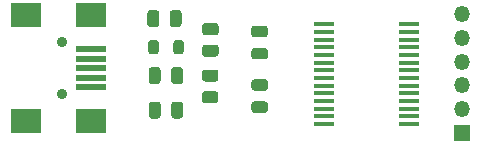
<source format=gts>
%TF.GenerationSoftware,KiCad,Pcbnew,(5.1.8)-1*%
%TF.CreationDate,2021-01-30T22:15:32+07:00*%
%TF.ProjectId,TTL232,54544c32-3332-42e6-9b69-6361645f7063,rev?*%
%TF.SameCoordinates,Original*%
%TF.FileFunction,Soldermask,Top*%
%TF.FilePolarity,Negative*%
%FSLAX46Y46*%
G04 Gerber Fmt 4.6, Leading zero omitted, Abs format (unit mm)*
G04 Created by KiCad (PCBNEW (5.1.8)-1) date 2021-01-30 22:15:32*
%MOMM*%
%LPD*%
G01*
G04 APERTURE LIST*
%ADD10R,1.750000X0.450000*%
%ADD11O,1.350000X1.350000*%
%ADD12R,1.350000X1.350000*%
%ADD13C,0.899160*%
%ADD14R,2.499360X0.497840*%
%ADD15R,2.499360X1.998980*%
G04 APERTURE END LIST*
D10*
%TO.C,U1*%
X151340000Y-68106000D03*
X151340000Y-67456000D03*
X151340000Y-66806000D03*
X151340000Y-66156000D03*
X151340000Y-65506000D03*
X151340000Y-64856000D03*
X151340000Y-64206000D03*
X151340000Y-63556000D03*
X151340000Y-62906000D03*
X151340000Y-62256000D03*
X151340000Y-61606000D03*
X151340000Y-60956000D03*
X151340000Y-60306000D03*
X151340000Y-59656000D03*
X158540000Y-59656000D03*
X158540000Y-60306000D03*
X158540000Y-60956000D03*
X158540000Y-61606000D03*
X158540000Y-62256000D03*
X158540000Y-62906000D03*
X158540000Y-63556000D03*
X158540000Y-64206000D03*
X158540000Y-64856000D03*
X158540000Y-65506000D03*
X158540000Y-66156000D03*
X158540000Y-66806000D03*
X158540000Y-67456000D03*
X158540000Y-68106000D03*
%TD*%
%TO.C,R2*%
G36*
G01*
X142204001Y-60592000D02*
X141303999Y-60592000D01*
G75*
G02*
X141054000Y-60342001I0J249999D01*
G01*
X141054000Y-59816999D01*
G75*
G02*
X141303999Y-59567000I249999J0D01*
G01*
X142204001Y-59567000D01*
G75*
G02*
X142454000Y-59816999I0J-249999D01*
G01*
X142454000Y-60342001D01*
G75*
G02*
X142204001Y-60592000I-249999J0D01*
G01*
G37*
G36*
G01*
X142204001Y-62417000D02*
X141303999Y-62417000D01*
G75*
G02*
X141054000Y-62167001I0J249999D01*
G01*
X141054000Y-61641999D01*
G75*
G02*
X141303999Y-61392000I249999J0D01*
G01*
X142204001Y-61392000D01*
G75*
G02*
X142454000Y-61641999I0J-249999D01*
G01*
X142454000Y-62167001D01*
G75*
G02*
X142204001Y-62417000I-249999J0D01*
G01*
G37*
%TD*%
%TO.C,R1*%
G36*
G01*
X142182001Y-64520500D02*
X141281999Y-64520500D01*
G75*
G02*
X141032000Y-64270501I0J249999D01*
G01*
X141032000Y-63745499D01*
G75*
G02*
X141281999Y-63495500I249999J0D01*
G01*
X142182001Y-63495500D01*
G75*
G02*
X142432000Y-63745499I0J-249999D01*
G01*
X142432000Y-64270501D01*
G75*
G02*
X142182001Y-64520500I-249999J0D01*
G01*
G37*
G36*
G01*
X142182001Y-66345500D02*
X141281999Y-66345500D01*
G75*
G02*
X141032000Y-66095501I0J249999D01*
G01*
X141032000Y-65570499D01*
G75*
G02*
X141281999Y-65320500I249999J0D01*
G01*
X142182001Y-65320500D01*
G75*
G02*
X142432000Y-65570499I0J-249999D01*
G01*
X142432000Y-66095501D01*
G75*
G02*
X142182001Y-66345500I-249999J0D01*
G01*
G37*
%TD*%
D11*
%TO.C,J2*%
X163068000Y-58834000D03*
X163068000Y-60834000D03*
X163068000Y-62834000D03*
X163068000Y-64834000D03*
X163068000Y-66834000D03*
D12*
X163068000Y-68834000D03*
%TD*%
D13*
%TO.C,J1*%
X129159000Y-61173360D03*
X129159000Y-65572640D03*
D14*
X131658360Y-63373000D03*
X131658360Y-62575440D03*
X131658360Y-64970660D03*
X131658360Y-64170560D03*
D15*
X126159260Y-67871340D03*
X126159260Y-58874660D03*
X131658360Y-67871340D03*
X131658360Y-58874660D03*
D14*
X131658360Y-61775340D03*
%TD*%
%TO.C,FB1*%
G36*
G01*
X138627500Y-61976250D02*
X138627500Y-61213750D01*
G75*
G02*
X138846250Y-60995000I218750J0D01*
G01*
X139283750Y-60995000D01*
G75*
G02*
X139502500Y-61213750I0J-218750D01*
G01*
X139502500Y-61976250D01*
G75*
G02*
X139283750Y-62195000I-218750J0D01*
G01*
X138846250Y-62195000D01*
G75*
G02*
X138627500Y-61976250I0J218750D01*
G01*
G37*
G36*
G01*
X136502500Y-61976250D02*
X136502500Y-61213750D01*
G75*
G02*
X136721250Y-60995000I218750J0D01*
G01*
X137158750Y-60995000D01*
G75*
G02*
X137377500Y-61213750I0J-218750D01*
G01*
X137377500Y-61976250D01*
G75*
G02*
X137158750Y-62195000I-218750J0D01*
G01*
X136721250Y-62195000D01*
G75*
G02*
X136502500Y-61976250I0J218750D01*
G01*
G37*
%TD*%
%TO.C,D2*%
G36*
G01*
X146379250Y-65287500D02*
X145466750Y-65287500D01*
G75*
G02*
X145223000Y-65043750I0J243750D01*
G01*
X145223000Y-64556250D01*
G75*
G02*
X145466750Y-64312500I243750J0D01*
G01*
X146379250Y-64312500D01*
G75*
G02*
X146623000Y-64556250I0J-243750D01*
G01*
X146623000Y-65043750D01*
G75*
G02*
X146379250Y-65287500I-243750J0D01*
G01*
G37*
G36*
G01*
X146379250Y-67162500D02*
X145466750Y-67162500D01*
G75*
G02*
X145223000Y-66918750I0J243750D01*
G01*
X145223000Y-66431250D01*
G75*
G02*
X145466750Y-66187500I243750J0D01*
G01*
X146379250Y-66187500D01*
G75*
G02*
X146623000Y-66431250I0J-243750D01*
G01*
X146623000Y-66918750D01*
G75*
G02*
X146379250Y-67162500I-243750J0D01*
G01*
G37*
%TD*%
%TO.C,D1*%
G36*
G01*
X146379250Y-60764000D02*
X145466750Y-60764000D01*
G75*
G02*
X145223000Y-60520250I0J243750D01*
G01*
X145223000Y-60032750D01*
G75*
G02*
X145466750Y-59789000I243750J0D01*
G01*
X146379250Y-59789000D01*
G75*
G02*
X146623000Y-60032750I0J-243750D01*
G01*
X146623000Y-60520250D01*
G75*
G02*
X146379250Y-60764000I-243750J0D01*
G01*
G37*
G36*
G01*
X146379250Y-62639000D02*
X145466750Y-62639000D01*
G75*
G02*
X145223000Y-62395250I0J243750D01*
G01*
X145223000Y-61907750D01*
G75*
G02*
X145466750Y-61664000I243750J0D01*
G01*
X146379250Y-61664000D01*
G75*
G02*
X146623000Y-61907750I0J-243750D01*
G01*
X146623000Y-62395250D01*
G75*
G02*
X146379250Y-62639000I-243750J0D01*
G01*
G37*
%TD*%
%TO.C,C3*%
G36*
G01*
X138311000Y-59657000D02*
X138311000Y-58707000D01*
G75*
G02*
X138561000Y-58457000I250000J0D01*
G01*
X139061000Y-58457000D01*
G75*
G02*
X139311000Y-58707000I0J-250000D01*
G01*
X139311000Y-59657000D01*
G75*
G02*
X139061000Y-59907000I-250000J0D01*
G01*
X138561000Y-59907000D01*
G75*
G02*
X138311000Y-59657000I0J250000D01*
G01*
G37*
G36*
G01*
X136411000Y-59657000D02*
X136411000Y-58707000D01*
G75*
G02*
X136661000Y-58457000I250000J0D01*
G01*
X137161000Y-58457000D01*
G75*
G02*
X137411000Y-58707000I0J-250000D01*
G01*
X137411000Y-59657000D01*
G75*
G02*
X137161000Y-59907000I-250000J0D01*
G01*
X136661000Y-59907000D01*
G75*
G02*
X136411000Y-59657000I0J250000D01*
G01*
G37*
%TD*%
%TO.C,C2*%
G36*
G01*
X138438000Y-64483000D02*
X138438000Y-63533000D01*
G75*
G02*
X138688000Y-63283000I250000J0D01*
G01*
X139188000Y-63283000D01*
G75*
G02*
X139438000Y-63533000I0J-250000D01*
G01*
X139438000Y-64483000D01*
G75*
G02*
X139188000Y-64733000I-250000J0D01*
G01*
X138688000Y-64733000D01*
G75*
G02*
X138438000Y-64483000I0J250000D01*
G01*
G37*
G36*
G01*
X136538000Y-64483000D02*
X136538000Y-63533000D01*
G75*
G02*
X136788000Y-63283000I250000J0D01*
G01*
X137288000Y-63283000D01*
G75*
G02*
X137538000Y-63533000I0J-250000D01*
G01*
X137538000Y-64483000D01*
G75*
G02*
X137288000Y-64733000I-250000J0D01*
G01*
X136788000Y-64733000D01*
G75*
G02*
X136538000Y-64483000I0J250000D01*
G01*
G37*
%TD*%
%TO.C,C1*%
G36*
G01*
X138438000Y-67404000D02*
X138438000Y-66454000D01*
G75*
G02*
X138688000Y-66204000I250000J0D01*
G01*
X139188000Y-66204000D01*
G75*
G02*
X139438000Y-66454000I0J-250000D01*
G01*
X139438000Y-67404000D01*
G75*
G02*
X139188000Y-67654000I-250000J0D01*
G01*
X138688000Y-67654000D01*
G75*
G02*
X138438000Y-67404000I0J250000D01*
G01*
G37*
G36*
G01*
X136538000Y-67404000D02*
X136538000Y-66454000D01*
G75*
G02*
X136788000Y-66204000I250000J0D01*
G01*
X137288000Y-66204000D01*
G75*
G02*
X137538000Y-66454000I0J-250000D01*
G01*
X137538000Y-67404000D01*
G75*
G02*
X137288000Y-67654000I-250000J0D01*
G01*
X136788000Y-67654000D01*
G75*
G02*
X136538000Y-67404000I0J250000D01*
G01*
G37*
%TD*%
M02*

</source>
